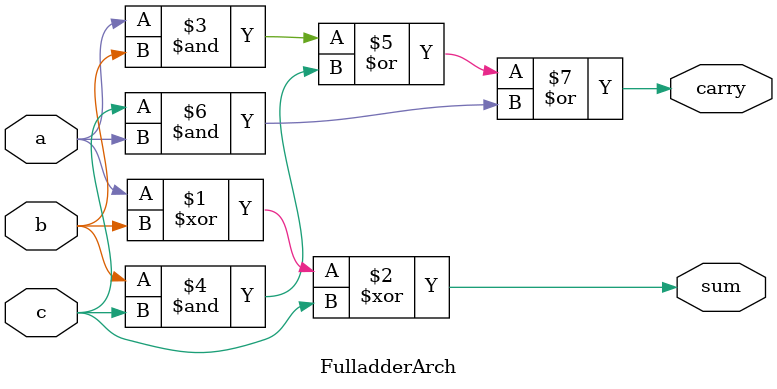
<source format=v>
`timescale 1ns / 1ps


module FulladderArch(a,b,c,sum,carry);
    input a,b,c;
    output sum,carry;
    assign sum = a^b^c;
    assign carry = (a&b)|(b&c)|(c&a);
endmodule

</source>
